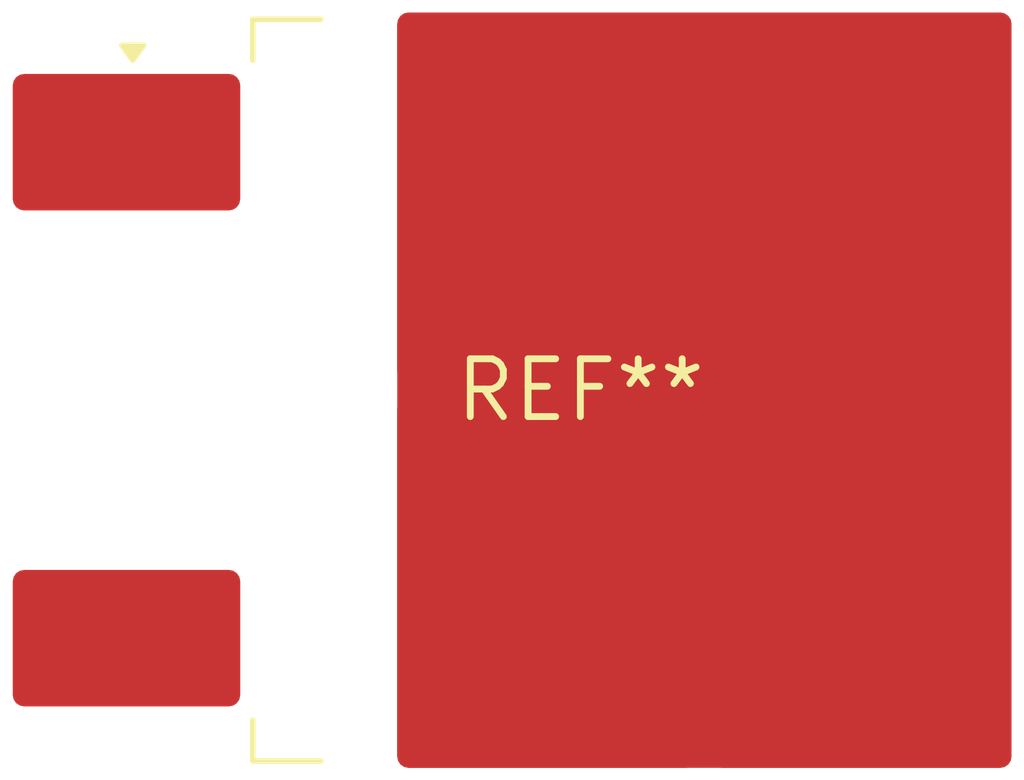
<source format=kicad_pcb>
(kicad_pcb (version 20240108) (generator pcbnew)
  (layers (0 "F.Cu" signal) (31 "B.Cu" signal) (34 "B.Paste" user) (35 "F.Paste" user) (36 "B.SilkS" user "B.Silkscreen") (37 "F.SilkS" user "F.Silkscreen") (38 "B.Mask" user) (39 "F.Mask" user) (44 "Edge.Cuts" user))
  (net 0 "")
  (footprint "TO-268-2" (layer "F.Cu") (at 0 0)
    (property "Reference" "REF**")
    (property "Value" "TO-268-2")
    (fp_line (start -7.2 -8.15) (end -7.2 -7.25) (layer "F.SilkS") (stroke (width 0.12)))
    (fp_line (start -7.2 8.15) (end -7.2 7.25) (layer "F.SilkS") (stroke (width 0.12)))
    (fp_line (start -5.7 -8.15) (end -7.2 -8.15) (layer "F.SilkS") (stroke (width 0.12)))
    (fp_line (start -5.7 8.15) (end -7.2 8.15) (layer "F.SilkS") (stroke (width 0.12)))
    (fp_poly (pts (xy -9.8375 -7.25) (xy -10.0775 -7.58) (xy -9.5975 -7.58) (xy -9.8375 -7.25)) (layer "F.SilkS") (stroke (width 0.12)) (fill solid))
    (pad "1" smd roundrect (at -9.975 -5.45) (size 5 3) (layers "F.Cu" "F.Paste" "F.Mask") (roundrect_rratio 0.083333))
    (pad "2" smd roundrect (at -0.725 -4.225) (size 6.6 8.15) (layers "F.Cu" "F.Paste") (roundrect_rratio 0.037879))
    (pad "2" smd roundrect (at -0.725 4.225) (size 6.6 8.15) (layers "F.Cu" "F.Paste") (roundrect_rratio 0.037879))
    (pad "2" smd roundrect (at 2.725 0) (size 13.5 16.6) (layers "F.Cu" "F.Mask") (roundrect_rratio 0.018519))
    (pad "2" smd roundrect (at 6.175 -4.225) (size 6.6 8.15) (layers "F.Cu" "F.Paste") (roundrect_rratio 0.037879))
    (pad "2" smd roundrect (at 6.175 4.225) (size 6.6 8.15) (layers "F.Cu" "F.Paste") (roundrect_rratio 0.037879))
    (pad "3" smd roundrect (at -9.975 5.45) (size 5 3) (layers "F.Cu" "F.Paste" "F.Mask") (roundrect_rratio 0.083333))
  )
)
</source>
